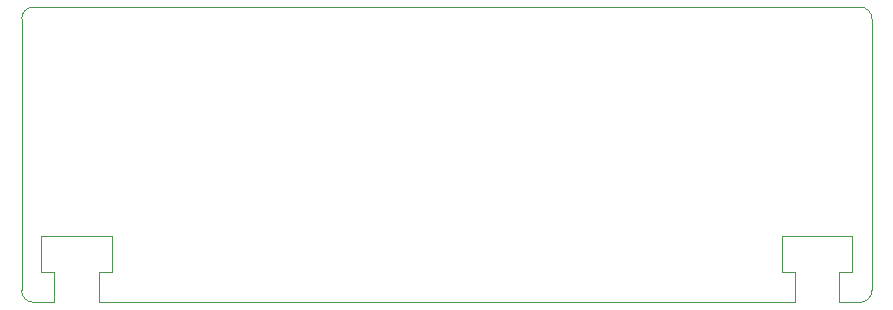
<source format=gm1>
%TF.GenerationSoftware,KiCad,Pcbnew,(6.0.2)*%
%TF.CreationDate,2022-04-04T11:24:22-04:00*%
%TF.ProjectId,xum1541-parallel-adapter,78756d31-3534-4312-9d70-6172616c6c65,1*%
%TF.SameCoordinates,Original*%
%TF.FileFunction,Profile,NP*%
%FSLAX46Y46*%
G04 Gerber Fmt 4.6, Leading zero omitted, Abs format (unit mm)*
G04 Created by KiCad (PCBNEW (6.0.2)) date 2022-04-04 11:24:22*
%MOMM*%
%LPD*%
G01*
G04 APERTURE LIST*
%TA.AperFunction,Profile*%
%ADD10C,0.050000*%
%TD*%
G04 APERTURE END LIST*
D10*
X94116000Y-97018000D02*
X100116000Y-97018000D01*
X163461000Y-102618000D02*
G75*
G03*
X164461000Y-101618000I1J999999D01*
G01*
X162806000Y-97018000D02*
X162806000Y-100018000D01*
X157926000Y-102618000D02*
X98996000Y-102618000D01*
X92461000Y-78618000D02*
X92461000Y-101618000D01*
X100116000Y-97018000D02*
X100116000Y-100018000D01*
X95236000Y-102618000D02*
X93461000Y-102618000D01*
X94116000Y-100018000D02*
X94116000Y-97018000D01*
X163461000Y-77618000D02*
X93461000Y-77618000D01*
X161686000Y-102618000D02*
X163461000Y-102618000D01*
X95236000Y-102618000D02*
X95236000Y-100018000D01*
X93461000Y-77618000D02*
G75*
G03*
X92461000Y-78618000I-1J-999999D01*
G01*
X162806000Y-100018000D02*
X161686000Y-100018000D01*
X156806000Y-97018000D02*
X162806000Y-97018000D01*
X157926000Y-102618000D02*
X157926000Y-100018000D01*
X157926000Y-100018000D02*
X156806000Y-100018000D01*
X98996000Y-100018000D02*
X98996000Y-102618000D01*
X95236000Y-100018000D02*
X94116000Y-100018000D01*
X164461000Y-78618000D02*
G75*
G03*
X163461000Y-77618000I-999999J1D01*
G01*
X156806000Y-100018000D02*
X156806000Y-97018000D01*
X100116000Y-100018000D02*
X98996000Y-100018000D01*
X92461000Y-101618000D02*
G75*
G03*
X93461000Y-102618000I999999J-1D01*
G01*
X164461000Y-101618000D02*
X164461000Y-78618000D01*
X161686000Y-100018000D02*
X161686000Y-102618000D01*
M02*

</source>
